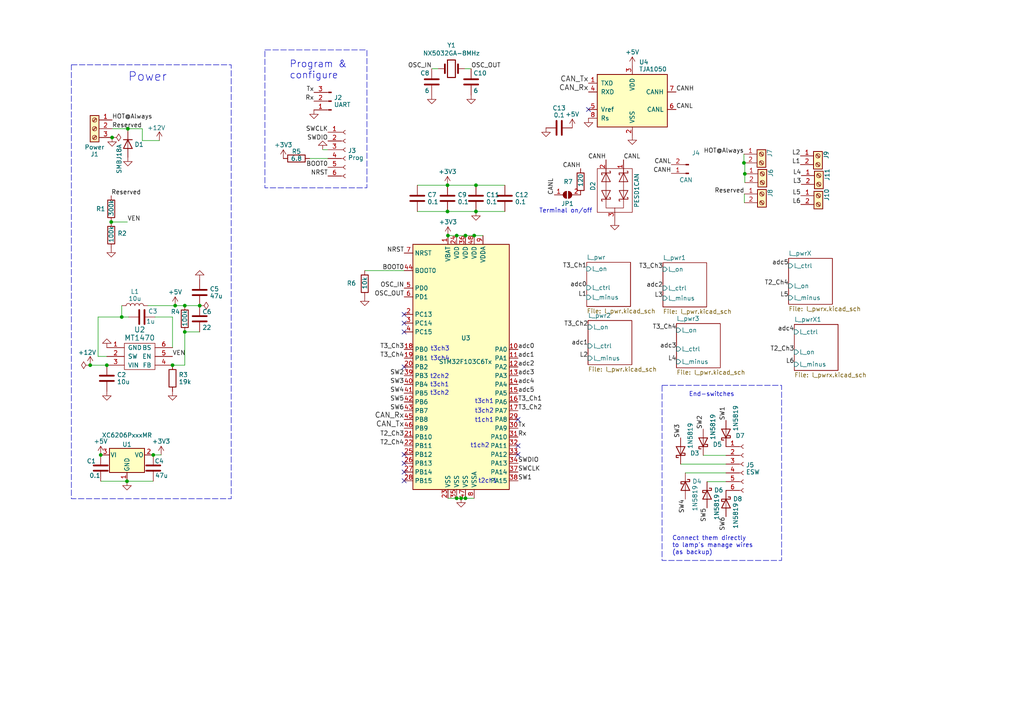
<source format=kicad_sch>
(kicad_sch (version 20230121) (generator eeschema)
  (paper "A4")
  (lib_symbols
    (symbol "Connector:Conn_01x02_Pin" (pin_names (offset 1.016) hide)
      (property "Reference" "J" (at 0 2.54 0))
      (property "Value" "Conn_01x02_Pin" (at 0 -5.08 0))
      (symbol "Conn_01x02_Pin_1_1"
        (polyline (pts (xy 1.27 -2.54) (xy 0.8636 -2.54)) (stroke (width 0.1524)))
        (polyline (pts (xy 1.27 0) (xy 0.8636 0)) (stroke (width 0.1524)))
        (rectangle (start 0.8636 -2.413) (end 0 -2.667) (stroke (width 0.1524)) (fill (type outline)))
        (rectangle (start 0.8636 0.127) (end 0 -0.127) (stroke (width 0.1524)) (fill (type outline)))
        (pin passive line (at 5.08 0 180) (length 3.81) (name "Pin_1") (number "1"))
        (pin passive line (at 5.08 -2.54 180) (length 3.81) (name "Pin_2") (number "2"))
      )
    )
    (symbol "Connector:Conn_01x03_Pin" (pin_names (offset 1.016) hide)
      (property "Reference" "J" (at 0 5.08 0))
      (property "Value" "Conn_01x03_Pin" (at 0 -5.08 0))
      (symbol "Conn_01x03_Pin_1_1"
        (polyline (pts (xy 1.27 -2.54) (xy 0.8636 -2.54)) (stroke (width 0.1524)))
        (polyline (pts (xy 1.27 0) (xy 0.8636 0)) (stroke (width 0.1524)))
        (polyline (pts (xy 1.27 2.54) (xy 0.8636 2.54)) (stroke (width 0.1524)))
        (rectangle (start 0.8636 -2.413) (end 0 -2.667) (stroke (width 0.1524)) (fill (type outline)))
        (rectangle (start 0.8636 0.127) (end 0 -0.127) (stroke (width 0.1524)) (fill (type outline)))
        (rectangle (start 0.8636 2.667) (end 0 2.413) (stroke (width 0.1524)) (fill (type outline)))
        (pin passive line (at 5.08 2.54 180) (length 3.81) (name "Pin_1") (number "1"))
        (pin passive line (at 5.08 0 180) (length 3.81) (name "Pin_2") (number "2"))
        (pin passive line (at 5.08 -2.54 180) (length 3.81) (name "Pin_3") (number "3"))
      )
    )
    (symbol "Connector:Conn_01x06_Socket" (pin_names (offset 1.016) hide)
      (property "Reference" "J" (at 0 7.62 0))
      (property "Value" "Conn_01x06_Socket" (at 0 -10.16 0))
      (symbol "Conn_01x06_Socket_1_1"
        (arc (start 0 -7.112) (mid -0.5058 -7.62) (end 0 -8.128) (stroke (width 0.1524)))
        (arc (start 0 -4.572) (mid -0.5058 -5.08) (end 0 -5.588) (stroke (width 0.1524)))
        (arc (start 0 -2.032) (mid -0.5058 -2.54) (end 0 -3.048) (stroke (width 0.1524)))
        (polyline (pts (xy -1.27 -7.62) (xy -0.508 -7.62)) (stroke (width 0.1524)))
        (polyline (pts (xy -1.27 -5.08) (xy -0.508 -5.08)) (stroke (width 0.1524)))
        (polyline (pts (xy -1.27 -2.54) (xy -0.508 -2.54)) (stroke (width 0.1524)))
        (polyline (pts (xy -1.27 0) (xy -0.508 0)) (stroke (width 0.1524)))
        (polyline (pts (xy -1.27 2.54) (xy -0.508 2.54)) (stroke (width 0.1524)))
        (polyline (pts (xy -1.27 5.08) (xy -0.508 5.08)) (stroke (width 0.1524)))
        (arc (start 0 0.508) (mid -0.5058 0) (end 0 -0.508) (stroke (width 0.1524)))
        (arc (start 0 3.048) (mid -0.5058 2.54) (end 0 2.032) (stroke (width 0.1524)))
        (arc (start 0 5.588) (mid -0.5058 5.08) (end 0 4.572) (stroke (width 0.1524)))
        (pin passive line (at -5.08 5.08 0) (length 3.81) (name "Pin_1") (number "1"))
        (pin passive line (at -5.08 2.54 0) (length 3.81) (name "Pin_2") (number "2"))
        (pin passive line (at -5.08 0 0) (length 3.81) (name "Pin_3") (number "3"))
        (pin passive line (at -5.08 -2.54 0) (length 3.81) (name "Pin_4") (number "4"))
        (pin passive line (at -5.08 -5.08 0) (length 3.81) (name "Pin_5") (number "5"))
        (pin passive line (at -5.08 -7.62 0) (length 3.81) (name "Pin_6") (number "6"))
      )
    )
    (symbol "Connector:Screw_Terminal_01x02" (pin_names (offset 1.016) hide)
      (property "Reference" "J" (at 0 2.54 0))
      (property "Value" "Screw_Terminal_01x02" (at 0 -5.08 0))
      (symbol "Screw_Terminal_01x02_1_1"
        (rectangle (start -1.27 1.27) (end 1.27 -3.81) (stroke (width 0.254)) (fill (type background)))
        (circle (center 0 -2.54) (radius 0.635) (stroke (width 0.1524)))
        (polyline (pts (xy -0.5334 -2.2098) (xy 0.3302 -3.048)) (stroke (width 0.1524)))
        (polyline (pts (xy -0.5334 0.3302) (xy 0.3302 -0.508)) (stroke (width 0.1524)))
        (polyline (pts (xy -0.3556 -2.032) (xy 0.508 -2.8702)) (stroke (width 0.1524)))
        (polyline (pts (xy -0.3556 0.508) (xy 0.508 -0.3302)) (stroke (width 0.1524)))
        (circle (center 0 0) (radius 0.635) (stroke (width 0.1524)))
        (pin passive line (at -5.08 0 0) (length 3.81) (name "Pin_1") (number "1"))
        (pin passive line (at -5.08 -2.54 0) (length 3.81) (name "Pin_2") (number "2"))
      )
    )
    (symbol "Connector:Screw_Terminal_01x03" (pin_names (offset 1.016) hide)
      (property "Reference" "J" (at 0 5.08 0))
      (property "Value" "Screw_Terminal_01x03" (at 0 -5.08 0))
      (symbol "Screw_Terminal_01x03_1_1"
        (rectangle (start -1.27 3.81) (end 1.27 -3.81) (stroke (width 0.254)) (fill (type background)))
        (circle (center 0 -2.54) (radius 0.635) (stroke (width 0.1524)))
        (polyline (pts (xy -0.5334 -2.2098) (xy 0.3302 -3.048)) (stroke (width 0.1524)))
        (polyline (pts (xy -0.5334 0.3302) (xy 0.3302 -0.508)) (stroke (width 0.1524)))
        (polyline (pts (xy -0.5334 2.8702) (xy 0.3302 2.032)) (stroke (width 0.1524)))
        (polyline (pts (xy -0.3556 -2.032) (xy 0.508 -2.8702)) (stroke (width 0.1524)))
        (polyline (pts (xy -0.3556 0.508) (xy 0.508 -0.3302)) (stroke (width 0.1524)))
        (polyline (pts (xy -0.3556 3.048) (xy 0.508 2.2098)) (stroke (width 0.1524)))
        (circle (center 0 0) (radius 0.635) (stroke (width 0.1524)))
        (circle (center 0 2.54) (radius 0.635) (stroke (width 0.1524)))
        (pin passive line (at -5.08 2.54 0) (length 3.81) (name "Pin_1") (number "1"))
        (pin passive line (at -5.08 0 0) (length 3.81) (name "Pin_2") (number "2"))
        (pin passive line (at -5.08 -2.54 0) (length 3.81) (name "Pin_3") (number "3"))
      )
    )
    (symbol "D_1" (pin_numbers hide) (pin_names (offset 1.016) hide)
      (property "Reference" "D" (at 0 2.54 0))
      (property "Value" "D" (at 0 -2.54 0))
      (symbol "D_1_0_1"
        (polyline (pts (xy -1.27 1.27) (xy -1.27 -1.27)) (stroke (width 0.254)))
        (polyline (pts (xy 1.27 0) (xy -1.27 0)))
        (polyline (pts (xy 1.27 1.27) (xy 1.27 -1.27) (xy -1.27 0) (xy 1.27 1.27)) (stroke (width 0.254)))
      )
      (symbol "D_1_1_1"
        (pin passive line (at -3.81 0 0) (length 2.54) (name "K") (number "1"))
        (pin passive line (at 3.81 0 180) (length 2.54) (name "A") (number "2"))
      )
    )
    (symbol "Device:C" (pin_numbers hide) (pin_names (offset 0.254))
      (property "Reference" "C" (at 0.635 2.54 0))
      (property "Value" "C" (at 0.635 -2.54 0))
      (symbol "C_0_1"
        (polyline (pts (xy -2.032 -0.762) (xy 2.032 -0.762)) (stroke (width 0.508)))
        (polyline (pts (xy -2.032 0.762) (xy 2.032 0.762)) (stroke (width 0.508)))
      )
      (symbol "C_1_1"
        (pin passive line (at 0 3.81 270) (length 2.794) (name "~") (number "1"))
        (pin passive line (at 0 -3.81 90) (length 2.794) (name "~") (number "2"))
      )
    )
    (symbol "Device:Crystal" (pin_numbers hide) (pin_names (offset 1.016) hide)
      (property "Reference" "Y" (at 0 3.81 0))
      (property "Value" "Crystal" (at 0 -3.81 0))
      (symbol "Crystal_0_1"
        (rectangle (start -1.143 2.54) (end 1.143 -2.54) (stroke (width 0.3048)))
        (polyline (pts (xy -2.54 0) (xy -1.905 0)))
        (polyline (pts (xy -1.905 -1.27) (xy -1.905 1.27)) (stroke (width 0.508)))
        (polyline (pts (xy 1.905 -1.27) (xy 1.905 1.27)) (stroke (width 0.508)))
        (polyline (pts (xy 2.54 0) (xy 1.905 0)))
      )
      (symbol "Crystal_1_1"
        (pin passive line (at -3.81 0 0) (length 1.27) (name "1") (number "1"))
        (pin passive line (at 3.81 0 180) (length 1.27) (name "2") (number "2"))
      )
    )
    (symbol "Device:D_Schottky" (pin_numbers hide) (pin_names (offset 1.016) hide)
      (property "Reference" "D" (at 0 2.54 0))
      (property "Value" "D_Schottky" (at 0 -2.54 0))
      (symbol "D_Schottky_0_1"
        (polyline (pts (xy 1.27 0) (xy -1.27 0)))
        (polyline (pts (xy 1.27 1.27) (xy 1.27 -1.27) (xy -1.27 0) (xy 1.27 1.27)) (stroke (width 0.254)))
        (polyline (pts (xy -1.905 0.635) (xy -1.905 1.27) (xy -1.27 1.27) (xy -1.27 -1.27) (xy -0.635 -1.27) (xy -0.635 -0.635)) (stroke (width 0.254)))
      )
      (symbol "D_Schottky_1_1"
        (pin passive line (at -3.81 0 0) (length 2.54) (name "K") (number "1"))
        (pin passive line (at 3.81 0 180) (length 2.54) (name "A") (number "2"))
      )
    )
    (symbol "Device:L" (pin_numbers hide) (pin_names (offset 1.016) hide)
      (property "Reference" "L" (at -1.27 0 90))
      (property "Value" "L" (at 1.905 0 90))
      (symbol "L_0_1"
        (arc (start 0 -2.54) (mid 0.6323 -1.905) (end 0 -1.27))
        (arc (start 0 -1.27) (mid 0.6323 -0.635) (end 0 0))
        (arc (start 0 0) (mid 0.6323 0.635) (end 0 1.27))
        (arc (start 0 1.27) (mid 0.6323 1.905) (end 0 2.54))
      )
      (symbol "L_1_1"
        (pin passive line (at 0 3.81 270) (length 1.27) (name "1") (number "1"))
        (pin passive line (at 0 -3.81 90) (length 1.27) (name "2") (number "2"))
      )
    )
    (symbol "Device:R" (pin_numbers hide) (pin_names (offset 0))
      (property "Reference" "R" (at 2.032 0 90))
      (property "Value" "R" (at 0 0 90))
      (symbol "R_0_1"
        (rectangle (start -1.016 -2.54) (end 1.016 2.54) (stroke (width 0.254)))
      )
      (symbol "R_1_1"
        (pin passive line (at 0 3.81 270) (length 1.27) (name "~") (number "1"))
        (pin passive line (at 0 -3.81 90) (length 1.27) (name "~") (number "2"))
      )
    )
    (symbol "GND_3" (power) (pin_names (offset 0))
      (property "Value" "GND_3" (at 0 -3.81 0))
      (symbol "GND_3_0_1"
        (polyline (pts (xy 0 0) (xy 0 -1.27) (xy 1.27 -1.27) (xy 0 -2.54) (xy -1.27 -1.27) (xy 0 -1.27)))
      )
      (symbol "GND_3_1_1"
        (pin power_in line (at 0 0 270) (length 0) hide (name "GND") (number "1"))
      )
    )
    (symbol "Interface_CAN_LIN:MCP2551-I-SN" (pin_names (offset 1.016))
      (property "Reference" "U" (at -10.16 8.89 0))
      (property "Value" "MCP2551-I-SN" (at 2.54 8.89 0))
      (symbol "MCP2551-I-SN_0_1"
        (rectangle (start -10.16 7.62) (end 10.16 -7.62) (stroke (width 0.254)) (fill (type background)))
      )
      (symbol "MCP2551-I-SN_1_1"
        (pin input line (at -12.7 5.08 0) (length 2.54) (name "TXD") (number "1"))
        (pin power_in line (at 0 -10.16 90) (length 2.54) (name "VSS") (number "2"))
        (pin power_in line (at 0 10.16 270) (length 2.54) (name "VDD") (number "3"))
        (pin output line (at -12.7 2.54 0) (length 2.54) (name "RXD") (number "4"))
        (pin power_out line (at -12.7 -2.54 0) (length 2.54) (name "Vref") (number "5"))
        (pin bidirectional line (at 12.7 -2.54 180) (length 2.54) (name "CANL") (number "6"))
        (pin bidirectional line (at 12.7 2.54 180) (length 2.54) (name "CANH") (number "7"))
        (pin input line (at -12.7 -5.08 0) (length 2.54) (name "Rs") (number "8"))
      )
    )
    (symbol "Jumper:SolderJumper_2_Open" (pin_names (offset 0) hide)
      (property "Reference" "JP" (at 0 2.032 0))
      (property "Value" "SolderJumper_2_Open" (at 0 -2.54 0))
      (symbol "SolderJumper_2_Open_0_1"
        (arc (start -0.254 1.016) (mid -1.2656 0) (end -0.254 -1.016))
        (arc (start -0.254 1.016) (mid -1.2656 0) (end -0.254 -1.016) (fill (type outline)))
        (polyline (pts (xy -0.254 1.016) (xy -0.254 -1.016)))
        (polyline (pts (xy 0.254 1.016) (xy 0.254 -1.016)))
        (arc (start 0.254 -1.016) (mid 1.2656 0) (end 0.254 1.016))
        (arc (start 0.254 -1.016) (mid 1.2656 0) (end 0.254 1.016) (fill (type outline)))
      )
      (symbol "SolderJumper_2_Open_1_1"
        (pin passive line (at -3.81 0 0) (length 2.54) (name "A") (number "1"))
        (pin passive line (at 3.81 0 180) (length 2.54) (name "B") (number "2"))
      )
    )
    (symbol "MCU_ST_STM32F1:STM32F103C6Tx"
      (property "Reference" "U" (at -15.24 36.83 0))
      (property "Value" "STM32F103C6Tx" (at 7.62 36.83 0))
      (symbol "STM32F103C6Tx_0_1"
        (rectangle (start -15.24 -35.56) (end 12.7 35.56) (stroke (width 0.254)) (fill (type background)))
      )
      (symbol "STM32F103C6Tx_1_1"
        (pin power_in line (at -5.08 38.1 270) (length 2.54) (name "VBAT") (number "1"))
        (pin bidirectional line (at 15.24 5.08 180) (length 2.54) (name "PA0") (number "10"))
        (pin bidirectional line (at 15.24 2.54 180) (length 2.54) (name "PA1") (number "11"))
        (pin bidirectional line (at 15.24 0 180) (length 2.54) (name "PA2") (number "12"))
        (pin bidirectional line (at 15.24 -2.54 180) (length 2.54) (name "PA3") (number "13"))
        (pin bidirectional line (at 15.24 -5.08 180) (length 2.54) (name "PA4") (number "14"))
        (pin bidirectional line (at 15.24 -7.62 180) (length 2.54) (name "PA5") (number "15"))
        (pin bidirectional line (at 15.24 -10.16 180) (length 2.54) (name "PA6") (number "16"))
        (pin bidirectional line (at 15.24 -12.7 180) (length 2.54) (name "PA7") (number "17"))
        (pin bidirectional line (at -17.78 5.08 0) (length 2.54) (name "PB0") (number "18"))
        (pin bidirectional line (at -17.78 2.54 0) (length 2.54) (name "PB1") (number "19"))
        (pin bidirectional line (at -17.78 15.24 0) (length 2.54) (name "PC13") (number "2"))
        (pin bidirectional line (at -17.78 0 0) (length 2.54) (name "PB2") (number "20"))
        (pin bidirectional line (at -17.78 -20.32 0) (length 2.54) (name "PB10") (number "21"))
        (pin bidirectional line (at -17.78 -22.86 0) (length 2.54) (name "PB11") (number "22"))
        (pin power_in line (at -5.08 -38.1 90) (length 2.54) (name "VSS") (number "23"))
        (pin power_in line (at -2.54 38.1 270) (length 2.54) (name "VDD") (number "24"))
        (pin bidirectional line (at -17.78 -25.4 0) (length 2.54) (name "PB12") (number "25"))
        (pin bidirectional line (at -17.78 -27.94 0) (length 2.54) (name "PB13") (number "26"))
        (pin bidirectional line (at -17.78 -30.48 0) (length 2.54) (name "PB14") (number "27"))
        (pin bidirectional line (at -17.78 -33.02 0) (length 2.54) (name "PB15") (number "28"))
        (pin bidirectional line (at 15.24 -15.24 180) (length 2.54) (name "PA8") (number "29"))
        (pin bidirectional line (at -17.78 12.7 0) (length 2.54) (name "PC14") (number "3"))
        (pin bidirectional line (at 15.24 -17.78 180) (length 2.54) (name "PA9") (number "30"))
        (pin bidirectional line (at 15.24 -20.32 180) (length 2.54) (name "PA10") (number "31"))
        (pin bidirectional line (at 15.24 -22.86 180) (length 2.54) (name "PA11") (number "32"))
        (pin bidirectional line (at 15.24 -25.4 180) (length 2.54) (name "PA12") (number "33"))
        (pin bidirectional line (at 15.24 -27.94 180) (length 2.54) (name "PA13") (number "34"))
        (pin power_in line (at -2.54 -38.1 90) (length 2.54) (name "VSS") (number "35"))
        (pin power_in line (at 0 38.1 270) (length 2.54) (name "VDD") (number "36"))
        (pin bidirectional line (at 15.24 -30.48 180) (length 2.54) (name "PA14") (number "37"))
        (pin bidirectional line (at 15.24 -33.02 180) (length 2.54) (name "PA15") (number "38"))
        (pin bidirectional line (at -17.78 -2.54 0) (length 2.54) (name "PB3") (number "39"))
        (pin bidirectional line (at -17.78 10.16 0) (length 2.54) (name "PC15") (number "4"))
        (pin bidirectional line (at -17.78 -5.08 0) (length 2.54) (name "PB4") (number "40"))
        (pin bidirectional line (at -17.78 -7.62 0) (length 2.54) (name "PB5") (number "41"))
        (pin bidirectional line (at -17.78 -10.16 0) (length 2.54) (name "PB6") (number "42"))
        (pin bidirectional line (at -17.78 -12.7 0) (length 2.54) (name "PB7") (number "43"))
        (pin input line (at -17.78 27.94 0) (length 2.54) (name "BOOT0") (number "44"))
        (pin bidirectional line (at -17.78 -15.24 0) (length 2.54) (name "PB8") (number "45"))
        (pin bidirectional line (at -17.78 -17.78 0) (length 2.54) (name "PB9") (number "46"))
        (pin power_in line (at 0 -38.1 90) (length 2.54) (name "VSS") (number "47"))
        (pin power_in line (at 2.54 38.1 270) (length 2.54) (name "VDD") (number "48"))
        (pin input line (at -17.78 22.86 0) (length 2.54) (name "PD0") (number "5"))
        (pin input line (at -17.78 20.32 0) (length 2.54) (name "PD1") (number "6"))
        (pin input line (at -17.78 33.02 0) (length 2.54) (name "NRST") (number "7"))
        (pin power_in line (at 2.54 -38.1 90) (length 2.54) (name "VSSA") (number "8"))
        (pin power_in line (at 5.08 38.1 270) (length 2.54) (name "VDDA") (number "9"))
      )
    )
    (symbol "Regulator_Linear:XC6206PxxxMR" (pin_names (offset 0.254))
      (property "Reference" "U" (at -3.81 3.175 0))
      (property "Value" "XC6206PxxxMR" (at 0 3.175 0))
      (symbol "XC6206PxxxMR_0_1"
        (rectangle (start -5.08 1.905) (end 5.08 -5.08) (stroke (width 0.254)) (fill (type background)))
      )
      (symbol "XC6206PxxxMR_1_1"
        (pin power_in line (at 0 -7.62 90) (length 2.54) (name "GND") (number "1"))
        (pin power_out line (at 7.62 0 180) (length 2.54) (name "VO") (number "2"))
        (pin power_in line (at -7.62 0 0) (length 2.54) (name "VI") (number "3"))
      )
    )
    (symbol "elements:PESD1CAN" (pin_names (offset 0.762) hide)
      (property "Reference" "D" (at 0 -8.89 0))
      (property "Value" "PESD1CAN" (at 1.27 3.81 0))
      (symbol "PESD1CAN_0_1"
        (rectangle (start -5.08 2.54) (end 7.62 -7.62))
        (polyline (pts (xy -3.556 -5.08) (xy 3.81 -5.08)))
        (polyline (pts (xy -3.556 0) (xy 3.81 0)))
        (polyline (pts (xy -3.81 -3.81) (xy -3.81 -6.35) (xy -3.81 -6.35)) (stroke (width 0.2032)))
        (polyline (pts (xy -3.81 1.27) (xy -3.81 -1.27) (xy -3.81 -1.27)) (stroke (width 0.2032)))
        (polyline (pts (xy 3.81 -3.81) (xy 3.81 -6.35) (xy 3.81 -6.35)) (stroke (width 0.2032)))
        (polyline (pts (xy 3.81 1.27) (xy 3.81 -1.27) (xy 3.81 -1.27)) (stroke (width 0.2032)))
        (polyline (pts (xy -3.81 -3.81) (xy -4.318 -3.81) (xy -4.318 -4.064) (xy -4.318 -4.064)) (stroke (width 0.2032)))
        (polyline (pts (xy -3.81 1.27) (xy -4.318 1.27) (xy -4.318 1.016) (xy -4.318 1.016)) (stroke (width 0.2032)))
        (polyline (pts (xy 3.81 -6.35) (xy 4.318 -6.35) (xy 4.318 -6.096) (xy 4.318 -6.096)) (stroke (width 0.2032)))
        (polyline (pts (xy 3.81 -3.81) (xy 3.302 -3.81) (xy 3.302 -4.064) (xy 3.302 -4.064)) (stroke (width 0.2032)))
        (polyline (pts (xy 3.81 -1.27) (xy 4.318 -1.27) (xy 4.318 -1.016) (xy 4.318 -1.016)) (stroke (width 0.2032)))
        (polyline (pts (xy 3.81 0) (xy 6.35 0) (xy 6.35 -5.08) (xy 3.81 -5.08)))
        (polyline (pts (xy 3.81 1.27) (xy 3.302 1.27) (xy 3.302 1.016) (xy 3.302 1.016)) (stroke (width 0.2032)))
        (polyline (pts (xy -3.302 -6.096) (xy -3.302 -6.35) (xy -3.81 -6.35) (xy -3.81 -6.35) (xy -3.81 -6.35)) (stroke (width 0.2032)))
        (polyline (pts (xy -3.302 -1.016) (xy -3.302 -1.27) (xy -3.81 -1.27) (xy -3.81 -1.27) (xy -3.81 -1.27)) (stroke (width 0.2032)))
        (polyline (pts (xy -1.27 -6.35) (xy -3.81 -5.08) (xy -1.27 -3.81) (xy -1.27 -6.35) (xy -1.27 -6.35) (xy -1.27 -6.35)) (stroke (width 0.2032)))
        (polyline (pts (xy -1.27 -1.27) (xy -3.81 0) (xy -1.27 1.27) (xy -1.27 -1.27) (xy -1.27 -1.27) (xy -1.27 -1.27)) (stroke (width 0.2032)))
        (polyline (pts (xy 1.27 -3.81) (xy 3.81 -5.08) (xy 1.27 -6.35) (xy 1.27 -3.81) (xy 1.27 -3.81) (xy 1.27 -3.81)) (stroke (width 0.2032)))
        (polyline (pts (xy 1.27 1.27) (xy 3.81 0) (xy 1.27 -1.27) (xy 1.27 1.27) (xy 1.27 1.27) (xy 1.27 1.27)) (stroke (width 0.2032)))
        (pin passive line (at -7.62 0 0) (length 3.81) (name "K") (number "1"))
        (pin passive line (at -7.62 -5.08 0) (length 3.81) (name "K") (number "2"))
        (pin passive line (at 10.16 -2.54 180) (length 3.81) (name "O") (number "3"))
      )
    )
    (symbol "mp1584:MT1470" (pin_names (offset 1.016))
      (property "Reference" "U" (at -2.54 5.08 0))
      (property "Value" "MT1470" (at 0 -5.08 0))
      (symbol "MT1470_0_1"
        (rectangle (start -5.08 3.81) (end 3.81 -3.81))
      )
      (symbol "MT1470_1_1"
        (pin input line (at -10.16 2.54 0) (length 5.08) (name "GND") (number "1"))
        (pin input line (at -10.16 0 0) (length 5.08) (name "SW") (number "2"))
        (pin input line (at -10.16 -2.54 0) (length 5.08) (name "VIN") (number "3"))
        (pin input line (at 8.89 -2.54 180) (length 5.08) (name "FB") (number "4"))
        (pin input line (at 8.89 0 180) (length 5.08) (name "EN") (number "5"))
        (pin input line (at 8.89 2.54 180) (length 5.08) (name "BS") (number "6"))
      )
    )
    (symbol "power:+12V" (power) (pin_names (offset 0))
      (property "Value" "+12V" (at 0 3.556 0))
      (symbol "+12V_0_1"
        (polyline (pts (xy -0.762 1.27) (xy 0 2.54)))
        (polyline (pts (xy 0 0) (xy 0 2.54)))
        (polyline (pts (xy 0 2.54) (xy 0.762 1.27)))
      )
      (symbol "+12V_1_1"
        (pin power_in line (at 0 0 90) (length 0) hide (name "+12V") (number "1"))
      )
    )
    (symbol "power:+3V3" (power) (pin_names (offset 0))
      (property "Value" "+3V3" (at 0 3.556 0))
      (symbol "+3V3_0_1"
        (polyline (pts (xy -0.762 1.27) (xy 0 2.54)))
        (polyline (pts (xy 0 0) (xy 0 2.54)))
        (polyline (pts (xy 0 2.54) (xy 0.762 1.27)))
      )
      (symbol "+3V3_1_1"
        (pin power_in line (at 0 0 90) (length 0) hide (name "+3V3") (number "1"))
      )
    )
    (symbol "power:+5V" (power) (pin_names (offset 0))
      (property "Value" "+5V" (at 0 3.556 0))
      (symbol "+5V_0_1"
        (polyline (pts (xy -0.762 1.27) (xy 0 2.54)))
        (polyline (pts (xy 0 0) (xy 0 2.54)))
        (polyline (pts (xy 0 2.54) (xy 0.762 1.27)))
      )
      (symbol "+5V_1_1"
        (pin power_in line (at 0 0 90) (length 0) hide (name "+5V") (number "1"))
      )
    )
    (symbol "power:PWR_FLAG" (power) (pin_numbers hide) (pin_names (offset 0) hide)
      (property "Value" "PWR_FLAG" (at 0 3.81 0))
      (symbol "PWR_FLAG_0_0"
        (pin power_out line (at 0 0 90) (length 0) (name "pwr") (number "1"))
      )
      (symbol "PWR_FLAG_0_1"
        (polyline (pts (xy 0 0) (xy 0 1.27) (xy -1.016 1.905) (xy 0 2.54) (xy 1.016 1.905) (xy 0 1.27)))
      )
    )
  )
  (junction (at 135.001 68.326))
  (junction (at 53.594 88.646))
  (junction (at 37.084 37.338))
  (junction (at 30.988 105.918))
  (junction (at 32.258 64.389))
  (junction (at 215.773 47.244))
  (junction (at 50.8071 88.646))
  (junction (at 132.461 144.526))
  (junction (at 129.794 53.721))
  (junction (at 135.001 144.526))
  (junction (at 50.038 105.918))
  (junction (at 26.162 105.918))
  (junction (at 216.027 50.419))
  (junction (at 36.83 139.573))
  (junction (at 129.794 61.341))
  (junction (at 132.461 68.326))
  (junction (at 44.45 131.953))
  (junction (at 137.541 68.326))
  (junction (at 35.306 91.948))
  (junction (at 138.049 53.721))
  (junction (at 29.21 131.953))
  (junction (at 129.921 68.326))
  (junction (at 53.594 96.266))
  (junction (at 57.912 88.646))
  (junction (at 138.049 61.341))
  (junction (at 32.512 39.878))
  (junction (at 133.731 144.526))
  (no_connect (at 170.688 31.75))
  (no_connect (at 117.221 96.266))
  (no_connect (at 117.221 131.826))
  (no_connect (at 117.221 136.906))
  (no_connect (at 117.221 106.426))
  (no_connect (at 150.241 131.826))
  (no_connect (at 117.221 134.366))
  (no_connect (at 117.221 93.726))
  (no_connect (at 150.241 121.666))
  (no_connect (at 117.221 139.446))
  (no_connect (at 150.241 129.286))
  (no_connect (at 117.221 91.186))
  (wire (pts (xy 210.566 134.62) (xy 197.4119 134.62)))
  (wire (pts (xy 50.038 91.948) (xy 50.038 100.838)))
  (wire (pts (xy 50.038 105.918) (xy 53.594 105.918)))
  (wire (pts (xy 135.001 68.326) (xy 137.541 68.326)))
  (wire (pts (xy 46.736 131.953) (xy 44.45 131.953)))
  (wire (pts (xy 133.731 144.526) (xy 135.001 144.526)))
  (wire (pts (xy 129.921 144.526) (xy 132.461 144.526)))
  (wire (pts (xy 53.594 105.918) (xy 53.594 96.266)))
  (wire (pts (xy 137.541 68.326) (xy 140.081 68.326)))
  (wire (pts (xy 129.921 68.326) (xy 132.461 68.326)))
  (wire (pts (xy 132.461 68.326) (xy 135.001 68.326)))
  (wire (pts (xy 26.162 105.918) (xy 30.988 105.918)))
  (wire (pts (xy 138.049 53.721) (xy 146.431 53.721)))
  (wire (pts (xy 121.031 61.341) (xy 129.794 61.341)))
  (wire (pts (xy 129.794 61.341) (xy 138.049 61.341)))
  (wire (pts (xy 46.228 40.767) (xy 41.275 40.767)))
  (wire (pts (xy 210.566 132.08) (xy 203.9647 132.08)))
  (wire (pts (xy 35.306 88.646) (xy 35.306 91.948)))
  (wire (pts (xy 136.652 19.939) (xy 134.747 19.939)))
  (wire (pts (xy 198.7708 137.16) (xy 210.566 137.16)))
  (wire (pts (xy 215.9 56.261) (xy 215.9 58.801)))
  (wire (pts (xy 105.791 78.486) (xy 117.221 78.486)))
  (wire (pts (xy 44.958 91.948) (xy 50.038 91.948)))
  (wire (pts (xy 216.027 47.244) (xy 215.773 47.244)))
  (wire (pts (xy 210.566 139.7) (xy 205.0764 139.7)))
  (wire (pts (xy 89.789 45.974) (xy 95.123 45.974)))
  (wire (pts (xy 37.338 91.948) (xy 35.306 91.948)))
  (wire (pts (xy 215.773 44.704) (xy 215.773 47.244)))
  (wire (pts (xy 41.275 40.767) (xy 41.275 37.338)))
  (wire (pts (xy 32.512 37.338) (xy 37.084 37.338)))
  (wire (pts (xy 121.031 53.721) (xy 129.794 53.721)))
  (wire (pts (xy 138.049 61.341) (xy 146.431 61.341)))
  (wire (pts (xy 28.448 103.378) (xy 30.988 103.378)))
  (wire (pts (xy 216.027 50.419) (xy 216.027 52.959)))
  (wire (pts (xy 129.794 53.721) (xy 138.049 53.721)))
  (wire (pts (xy 50.8071 88.646) (xy 53.594 88.646)))
  (wire (pts (xy 41.275 37.338) (xy 37.084 37.338)))
  (wire (pts (xy 29.21 139.573) (xy 36.83 139.573)))
  (wire (pts (xy 53.594 96.266) (xy 57.912 96.266)))
  (wire (pts (xy 28.448 91.948) (xy 28.448 103.378)))
  (wire (pts (xy 53.594 88.646) (xy 57.912 88.646)))
  (wire (pts (xy 135.001 144.526) (xy 137.541 144.526)))
  (wire (pts (xy 42.926 88.646) (xy 50.8071 88.646)))
  (wire (pts (xy 37.084 37.338) (xy 37.084 37.973)))
  (wire (pts (xy 93.599 43.434) (xy 95.123 43.434)))
  (wire (pts (xy 36.957 64.389) (xy 32.258 64.389)))
  (wire (pts (xy 36.83 139.573) (xy 44.45 139.573)))
  (wire (pts (xy 132.461 144.526) (xy 133.731 144.526)))
  (wire (pts (xy 35.306 91.948) (xy 28.448 91.948)))
  (wire (pts (xy 125.222 19.939) (xy 127.127 19.939)))
  (wire (pts (xy 216.027 50.419) (xy 216.027 47.244)))
  (rectangle (start 20.701 18.796) (end 67.056 144.653) (stroke (width 0) (type dash)))
  (rectangle (start 76.835 14.478) (end 106.426 54.483) (stroke (width 0) (type dash)))
  (rectangle (start 192.024 111.76) (end 226.695 162.56) (stroke (width 0) (type dash)))
  (text "t3ch4" (at 124.841 104.775 0) (effects (font (size 1.27 1.27)) (justify left bottom)))
  (text "При отсутствии 12V reserved, подключить HOT@on \n(в этом случае габариты и поворотники не будут работать без ключа!)\n\"reserved\" можно брать с платы управления\n(она будет отключать его при падении напряжения аккумулятора ниже 10В)." (at -6.35 -10.922 0) (effects (font (size 5 5)) (justify left bottom)))
  (text "t3ch2" (at 137.668 120.015 0) (effects (font (size 1.27 1.27)) (justify left bottom)))
  (text "Connect them directly\nto lamp's manage wires\n(as backup)" (at 194.945 161.036 0) (effects (font (size 1.27 1.27)) (justify left bottom)))
  (text "t1ch2" (at 136.398 130.048 0) (effects (font (size 1.27 1.27)) (justify left bottom)))
  (text "t2ch2" (at 124.714 109.982 0) (effects (font (size 1.27 1.27)) (justify left bottom)))
  (text "t2ch1" (at 138.684 140.335 0) (effects (font (size 1.27 1.27)) (justify left bottom)))
  (text "Terminal on/off" (at 156.337 61.976 0) (effects (font (size 1.27 1.27)) (justify left bottom)))
  (text "Program &\nconfigure" (at 83.947 23.114 0) (effects (font (size 2 2)) (justify left bottom)))
  (text "t3ch3" (at 124.841 101.981 0) (effects (font (size 1.27 1.27)) (justify left bottom)))
  (text "End-switches" (at 199.771 115.189 0) (effects (font (size 1.27 1.27)) (justify left bottom)))
  (text "t3ch1" (at 124.714 112.395 0) (effects (font (size 1.27 1.27)) (justify left bottom)))
  (text "Power" (at 37.084 23.876 0) (effects (font (size 2.54 2.54)) (justify left bottom)))
  (text "t3ch1" (at 137.668 117.221 0) (effects (font (size 1.27 1.27)) (justify left bottom)))
  (text "t3ch2" (at 124.714 114.808 0) (effects (font (size 1.27 1.27)) (justify left bottom)))
  (text "t1ch1" (at 137.668 122.682 0) (effects (font (size 1.27 1.27)) (justify left bottom)))
  (label "HOT@Always" (at 215.773 44.704 180))
  (label "OSC_OUT" (at 117.221 86.106 180))
  (label "OSC_IN" (at 125.222 19.939 180))
  (label "T3_Ch1" (at 170.18 77.978 180))
  (label "Reserved" (at 32.512 37.338 0))
  (label "SWCLK" (at 95.123 38.354 180))
  (label "L4" (at 232.41 50.927 180))
  (label "BOOT0" (at 117.221 78.486 180))
  (label "L2" (at 170.561 103.886 180))
  (label "CAN_Rx" (at 170.688 26.67 180) (effects (font (size 1.524 1.524))))
  (label "L3" (at 232.41 53.467 180))
  (label "SWDIO" (at 95.123 40.894 180))
  (label "SW4" (at 198.7708 144.78 270))
  (label "OSC_OUT" (at 136.652 19.939 0))
  (label "T3_Ch2" (at 150.241 119.126 0))
  (label "adc0" (at 150.241 101.346 0))
  (label "NRST" (at 117.221 73.406 180))
  (label "SW2" (at 203.9647 124.46 90))
  (label "L4" (at 196.215 104.902 180))
  (label "adc3" (at 150.241 108.966 0))
  (label "CAN_Tx" (at 170.688 24.13 180) (effects (font (size 1.524 1.524))))
  (label "SW3" (at 197.4119 127 90))
  (label "adc0" (at 170.18 83.439 180))
  (label "HOT@Always" (at 32.512 34.798 0))
  (label "T3_Ch2" (at 170.561 94.869 180))
  (label "L3" (at 192.278 86.487 180))
  (label "adc5" (at 228.727 77.089 180))
  (label "CAN_Rx" (at 117.221 121.666 180) (effects (font (size 1.524 1.524))))
  (label "adc4" (at 230.378 96.266 180))
  (label "Tx" (at 91.059 26.797 180))
  (label "L2" (at 232.156 45.212 180))
  (label "VEN" (at 50.038 103.378 0))
  (label "adc4" (at 150.241 111.506 0))
  (label "adc1" (at 170.561 100.33 180))
  (label "NRST" (at 95.123 51.054 180))
  (label "SW4" (at 117.221 114.046 180))
  (label "T2_Ch3" (at 117.221 126.746 180))
  (label "BOOT0" (at 95.123 48.514 180))
  (label "Reserved" (at 32.258 56.769 0))
  (label "SW1" (at 150.241 139.446 0))
  (label "CANH" (at 194.691 50.292 180))
  (label "T2_Ch4" (at 117.221 129.286 180))
  (label "Reserved" (at 215.9 56.261 180))
  (label "L6" (at 232.283 59.309 180))
  (label "L5" (at 228.727 86.36 180))
  (label "SW5" (at 117.221 116.586 180))
  (label "adc1" (at 150.241 103.886 0))
  (label "T2_Ch3" (at 230.378 102.108 180))
  (label "SW1" (at 210.566 121.92 90))
  (label "CAN_Tx" (at 117.221 124.206 180) (effects (font (size 1.524 1.524))))
  (label "CANL" (at 194.691 47.752 180))
  (label "L5" (at 232.283 56.769 180))
  (label "Rx" (at 91.059 29.337 180))
  (label "VEN" (at 36.957 64.389 0))
  (label "L1" (at 170.18 86.233 180))
  (label "L1" (at 232.156 47.752 180))
  (label "SW6" (at 210.566 149.86 270))
  (label "CANL" (at 180.848 46.355 0))
  (label "CANH" (at 168.402 48.895 180))
  (label "T3_Ch1" (at 150.241 116.586 0))
  (label "T3_Ch3" (at 117.221 101.346 180))
  (label "adc3" (at 196.215 101.219 180))
  (label "Rx" (at 150.241 126.746 0))
  (label "T3_Ch3" (at 192.278 78.105 180))
  (label "SWDIO" (at 150.241 134.366 0))
  (label "adc5" (at 150.241 114.046 0))
  (label "adc2" (at 192.278 83.566 180))
  (label "CANL" (at 160.782 56.515 90))
  (label "OSC_IN" (at 117.221 83.566 180))
  (label "T2_Ch4" (at 228.727 82.931 180))
  (label "SW6" (at 117.221 119.126 180))
  (label "adc2" (at 150.241 106.426 0))
  (label "CANH" (at 175.768 46.355 180))
  (label "L6" (at 230.378 105.664 180))
  (label "T3_Ch4" (at 196.215 95.758 180))
  (label "Tx" (at 150.241 124.206 0))
  (label "CANH" (at 196.088 26.67 0))
  (label "SW3" (at 117.221 111.506 180))
  (label "SW2" (at 117.221 108.966 180))
  (label "SW5" (at 205.0764 147.32 270))
  (label "CANL" (at 196.088 31.75 0))
  (label "T3_Ch4" (at 117.221 103.886 180))
  (label "SWCLK" (at 150.241 136.906 0))
  (symbol (lib_id "power:PWR_FLAG") (at 26.162 105.918 90) (unit 1)
    (property "Reference" "#FLG01" (effects hide))
    (property "Value" "PWR_FLAG" (effects hide))
  )
  (symbol (lib_name "GND_3") (lib_id "power:GND") (at 32.512 39.878 0) (unit 1)
    (property "Reference" "#PWR06" (effects hide))
    (property "Value" "GND" (effects hide))
  )
  (symbol (lib_id "Device:C") (at 57.912 92.456 0) (unit 1)
    (property "Reference" "C6" (at 58.674 90.424 0) (effects (justify left)))
    (property "Value" "22" (at 58.674 94.996 0) (effects (justify left)))
    (property "Footprint" "Capacitor_SMD:C_0805_2012Metric_Pad1.18x1.45mm_HandSolder" (effects hide))
  )
  (symbol (lib_name "GND_3") (lib_id "power:GND") (at 125.222 27.559 0) (unit 1)
    (property "Reference" "#PWR018" (effects hide))
    (property "Value" "GND" (effects hide))
  )
  (symbol (lib_id "Device:R") (at 168.402 52.705 0) (unit 1)
    (property "Reference" "R7" (at 163.449 52.705 0) (effects (justify left)))
    (property "Value" "120" (at 168.402 54.229 90) (effects (justify left)))
    (property "Footprint" "Resistor_SMD:R_1210_3225Metric_Pad1.30x2.65mm_HandSolder" (effects hide))
  )
  (symbol (lib_id "Connector:Screw_Terminal_01x02") (at 220.98 56.261 0) (unit 1)
    (property "Reference" "J8" (at 223.393 56.007 90))
    (property "Value" "Reserved" (effects hide))
    (property "Footprint" "TerminalBlock_Phoenix:TerminalBlock_Phoenix_MKDS-1,5-2_1x02_P5.00mm_Horizontal" (effects hide))
  )
  (symbol (lib_id "Device:R") (at 32.258 68.199 180) (unit 1)
    (property "Reference" "R2" (at 35.433 67.691 0))
    (property "Value" "100k" (at 32.258 67.945 90))
    (property "Footprint" "Resistor_SMD:R_0603_1608Metric_Pad0.98x0.95mm_HandSolder" (effects hide))
  )
  (symbol (lib_id "power:+5V") (at 183.388 19.05 0) (unit 1)
    (property "Reference" "#PWR028" (effects hide))
    (property "Value" "+5V" (at 183.388 15.105 0))
  )
  (symbol (lib_id "Jumper:SolderJumper_2_Open") (at 164.592 56.515 0) (unit 1)
    (property "Reference" "JP1" (at 164.592 59.055 0))
    (property "Value" "Term" (effects hide))
    (property "Footprint" "Jumper:SolderJumper-2_P1.3mm_Open_TrianglePad1.0x1.5mm" (effects hide))
  )
  (symbol (lib_id "Connector:Conn_01x03_Pin") (at 96.139 29.337 180) (unit 1)
    (property "Reference" "J2" (at 96.8502 28.313 0) (effects (justify right)))
    (property "Value" "UART" (at 96.8502 30.361 0) (effects (justify right)))
    (property "Footprint" "Connector_PinSocket_2.54mm:PinSocket_1x03_P2.54mm_Vertical" (effects hide))
  )
  (symbol (lib_id "Device:C") (at 41.148 91.948 90) (unit 1)
    (property "Reference" "C3" (at 44.323 90.297 90))
    (property "Value" "1u" (at 43.688 93.218 90))
    (property "Footprint" "Capacitor_SMD:C_1206_3216Metric_Pad1.33x1.80mm_HandSolder" (effects hide))
  )
  (symbol (lib_name "GND_3") (lib_id "power:GND") (at 50.038 113.538 0) (unit 1)
    (property "Reference" "#PWR011" (effects hide))
    (property "Value" "GND" (effects hide))
  )
  (symbol (lib_id "Connector:Conn_01x02_Pin") (at 199.771 50.292 180) (unit 1)
    (property "Reference" "J4" (at 201.8538 44.3738 0))
    (property "Value" "CAN" (at 200.914 52.197 0) (effects (justify left)))
    (property "Footprint" "Connector_JST:JST_PH_B2B-PH-K_1x02_P2.00mm_Vertical" (effects hide))
  )
  (symbol (lib_name "GND_3") (lib_id "power:GND") (at 57.912 81.026 180) (unit 1)
    (property "Reference" "#PWR013" (effects hide))
    (property "Value" "GND" (effects hide))
  )
  (symbol (lib_name "GND_3") (lib_id "power:GND") (at 170.688 34.29 0) (unit 1)
    (property "Reference" "#PWR026" (effects hide))
    (property "Value" "GND" (effects hide))
  )
  (symbol (lib_id "Device:R") (at 32.258 60.579 180) (unit 1)
    (property "Reference" "R1" (at 29.21 60.579 0))
    (property "Value" "300k" (at 32.258 60.325 90))
    (property "Footprint" "Resistor_SMD:R_0603_1608Metric_Pad0.98x0.95mm_HandSolder" (effects hide))
  )
  (symbol (lib_name "GND_3") (lib_id "power:GND") (at 36.83 139.573 0) (unit 1)
    (property "Reference" "#PWR07" (effects hide))
    (property "Value" "GND" (effects hide))
  )
  (symbol (lib_id "Device:Crystal") (at 130.937 19.939 0) (unit 1)
    (property "Reference" "Y1" (at 130.937 13.1318 0))
    (property "Value" "NX5032GA-8MHz" (at 130.937 15.4432 0))
    (property "Footprint" "Crystal:Crystal_SMD_5032-2Pin_5.0x3.2mm" (effects hide))
  )
  (symbol (lib_id "power:+3V3") (at 46.736 131.953 0) (unit 1)
    (property "Reference" "#PWR010" (effects hide))
    (property "Value" "+3V3" (at 46.736 128.008 0))
  )
  (symbol (lib_name "GND_3") (lib_id "power:GND") (at 178.308 64.135 0) (unit 1)
    (property "Reference" "#PWR027" (effects hide))
    (property "Value" "GND" (effects hide))
  )
  (symbol (lib_id "power:+5V") (at 165.989 37.084 0) (unit 1)
    (property "Reference" "#PWR025" (effects hide))
    (property "Value" "+5V" (at 165.989 33.139 0))
  )
  (symbol (lib_id "Device:C") (at 138.049 57.531 0) (unit 1)
    (property "Reference" "C11" (at 140.97 56.507 0) (effects (justify left)))
    (property "Value" "0.1" (at 140.97 58.555 0) (effects (justify left)))
    (property "Footprint" "Capacitor_SMD:C_0603_1608Metric_Pad1.08x0.95mm_HandSolder" (effects hide))
  )
  (symbol (lib_name "GND_3") (lib_id "power:GND") (at 37.084 45.593 0) (unit 1)
    (property "Reference" "#PWR08" (effects hide))
    (property "Value" "GND" (effects hide))
  )
  (symbol (lib_id "power:+3V3") (at 129.794 53.721 0) (unit 1)
    (property "Reference" "#PWR019" (effects hide))
    (property "Value" "+3V3" (at 129.794 49.776 0))
  )
  (symbol (lib_id "Device:R") (at 85.979 45.974 90) (unit 1)
    (property "Reference" "R5" (at 85.979 43.942 90))
    (property "Value" "6.8" (at 85.979 45.974 90))
    (property "Footprint" "Resistor_SMD:R_0603_1608Metric_Pad0.98x0.95mm_HandSolder" (effects hide))
  )
  (symbol (lib_name "GND_3") (lib_id "power:GND") (at 91.059 31.877 0) (unit 1)
    (property "Reference" "#PWR015" (effects hide))
    (property "Value" "GND" (effects hide))
  )
  (symbol (lib_id "power:+3V3") (at 82.169 45.974 0) (unit 1)
    (property "Reference" "#PWR014" (effects hide))
    (property "Value" "+3V3" (at 82.169 42.029 0))
  )
  (symbol (lib_id "Device:D_Schottky") (at 210.566 125.73 90) (unit 1)
    (property "Reference" "D7" (at 216.027 126.365 90) (effects (justify left)))
    (property "Value" "1N5819" (at 213.36 125.095 0) (effects (justify left)))
    (property "Footprint" "Diode_SMD:D_SOD-323_HandSoldering" (effects hide))
  )
  (symbol (lib_name "GND_3") (lib_id "power:GND") (at 105.791 86.106 0) (unit 1)
    (property "Reference" "#PWR017" (effects hide))
    (property "Value" "GND" (effects hide))
  )
  (symbol (lib_id "Regulator_Linear:XC6206PxxxMR") (at 36.83 131.953 0) (unit 1)
    (property "Reference" "U1" (at 36.83 128.905 0))
    (property "Value" "XC6206PxxxMR" (at 36.83 126.238 0))
    (property "Footprint" "Package_TO_SOT_SMD:SOT-23-3" (effects hide))
    (property "Datasheet" "https://www.torexsemi.com/file/xc6206/XC6206.pdf" (effects hide))
  )
  (symbol (lib_name "GND_3") (lib_id "power:GND") (at 138.049 61.341 0) (unit 1)
    (property "Reference" "#PWR023" (effects hide))
    (property "Value" "GND" (effects hide))
  )
  (symbol (lib_id "Connector:Screw_Terminal_01x02") (at 221.107 50.419 0) (unit 1)
    (property "Reference" "J6" (at 223.52 50.165 90))
    (property "Value" "ACC" (effects hide))
    (property "Footprint" "TerminalBlock_Phoenix:TerminalBlock_Phoenix_MKDS-1,5-2_1x02_P5.00mm_Horizontal" (effects hide))
  )
  (symbol (lib_id "power:+3V3") (at 129.921 68.326 0) (unit 1)
    (property "Reference" "#PWR020" (effects hide))
    (property "Value" "+3V3" (at 129.921 64.381 0))
  )
  (symbol (lib_id "Interface_CAN_LIN:MCP2551-I-SN") (at 183.388 29.21 0) (unit 1)
    (property "Reference" "U4" (at 185.3439 18.01 0) (effects (justify left)))
    (property "Value" "TJA1050" (at 185.3439 20.058 0) (effects (justify left)))
    (property "Footprint" "Package_SO:SOIC-8_3.9x4.9mm_P1.27mm" (effects hide))
    (property "Datasheet" "http://ww1.microchip.com/downloads/en/devicedoc/21667d.pdf" (effects hide))
  )
  (symbol (lib_id "Connector:Conn_01x06_Socket") (at 100.203 43.434 0) (unit 1)
    (property "Reference" "J3" (at 100.9142 43.68 0) (effects (justify left)))
    (property "Value" "Prog" (at 100.9142 45.728 0) (effects (justify left)))
    (property "Footprint" "Connector_PinSocket_1.27mm:PinSocket_1x06_P1.27mm_Vertical" (effects hide))
  )
  (symbol (lib_name "GND_3") (lib_id "power:GND") (at 133.731 144.526 0) (unit 1)
    (property "Reference" "#PWR021" (effects hide))
    (property "Value" "GND" (effects hide))
  )
  (symbol (lib_id "Connector:Screw_Terminal_01x02") (at 237.363 56.769 0) (unit 1)
    (property "Reference" "J10" (at 239.776 56.515 90))
    (property "Value" "Lamp" (effects hide))
    (property "Footprint" "TerminalBlock_Phoenix:TerminalBlock_Phoenix_MKDS-1,5-2_1x02_P5.00mm_Horizontal" (effects hide))
  )
  (symbol (lib_id "power:+5V") (at 29.21 131.953 0) (unit 1)
    (property "Reference" "#PWR02" (effects hide))
    (property "Value" "+5V" (at 29.21 128.008 0))
  )
  (symbol (lib_id "Device:C") (at 162.179 37.084 90) (unit 1)
    (property "Reference" "C13" (at 162.179 31.345 90))
    (property "Value" "0.1" (at 162.179 33.393 90))
    (property "Footprint" "Capacitor_SMD:C_0603_1608Metric_Pad1.08x0.95mm_HandSolder" (effects hide))
  )
  (symbol (lib_id "Device:R") (at 105.791 82.296 180) (unit 1)
    (property "Reference" "R6" (at 100.584 82.169 0) (effects (justify right)))
    (property "Value" "10k" (at 105.791 83.947 90) (effects (justify right)))
    (property "Footprint" "Resistor_SMD:R_0603_1608Metric_Pad0.98x0.95mm_HandSolder" (effects hide))
  )
  (symbol (lib_id "Device:D_Schottky") (at 197.4119 130.81 90) (unit 1)
    (property "Reference" "D3" (at 202.8729 131.445 90) (effects (justify left)))
    (property "Value" "1N5819" (at 200.2059 130.175 0) (effects (justify left)))
    (property "Footprint" "Diode_SMD:D_SOD-323_HandSoldering" (effects hide))
  )
  (symbol (lib_id "elements:PESD1CAN") (at 180.848 53.975 270) (unit 1)
    (property "Reference" "D2" (at 171.958 53.975 0))
    (property "Value" "PESD1CAN" (at 184.658 55.245 0))
    (property "Footprint" "Package_TO_SOT_SMD:SOT-23" (effects hide))
  )
  (symbol (lib_id "Device:C") (at 129.794 57.531 0) (unit 1)
    (property "Reference" "C9" (at 132.715 56.507 0) (effects (justify left)))
    (property "Value" "0.1" (at 132.715 58.555 0) (effects (justify left)))
    (property "Footprint" "Capacitor_SMD:C_0603_1608Metric_Pad1.08x0.95mm_HandSolder" (effects hide))
  )
  (symbol (lib_id "Device:C") (at 44.45 135.763 0) (unit 1)
    (property "Reference" "C4" (at 44.831 133.731 0) (effects (justify left)))
    (property "Value" "47u" (at 44.958 137.922 0) (effects (justify left)))
    (property "Footprint" "Capacitor_SMD:C_1206_3216Metric" (effects hide))
  )
  (symbol (lib_name "GND_3") (lib_id "power:GND") (at 158.369 37.084 0) (unit 1)
    (property "Reference" "#PWR024" (effects hide))
    (property "Value" "GND" (effects hide))
  )
  (symbol (lib_id "Device:D_Schottky") (at 210.566 146.05 270) (unit 1)
    (property "Reference" "D8" (at 212.598 144.7085 90) (effects (justify left)))
    (property "Value" "1N5819" (at 213.36 145.796 0) (effects (justify left)))
    (property "Footprint" "Diode_SMD:D_SOD-323_HandSoldering" (effects hide))
  )
  (symbol (lib_id "power:PWR_FLAG") (at 57.912 88.646 270) (unit 1)
    (property "Reference" "#FLG03" (effects hide))
    (property "Value" "PWR_FLAG" (effects hide))
  )
  (symbol (lib_id "Device:C") (at 57.912 84.836 180) (unit 1)
    (property "Reference" "C5" (at 60.833 83.812 0) (effects (justify right)))
    (property "Value" "47u" (at 60.833 85.86 0) (effects (justify right)))
    (property "Footprint" "Capacitor_SMD:C_1206_3216Metric_Pad1.33x1.80mm_HandSolder" (effects hide))
  )
  (symbol (lib_id "Connector:Screw_Terminal_01x02") (at 220.853 44.704 0) (unit 1)
    (property "Reference" "J7" (at 223.266 44.45 90))
    (property "Value" "ACC" (effects hide))
    (property "Footprint" "TerminalBlock_Phoenix:TerminalBlock_Phoenix_MKDS-1,5-2_1x02_P5.00mm_Horizontal" (effects hide))
  )
  (symbol (lib_id "Device:C") (at 146.431 57.531 0) (unit 1)
    (property "Reference" "C12" (at 149.352 56.507 0) (effects (justify left)))
    (property "Value" "0.1" (at 149.352 58.555 0) (effects (justify left)))
    (property "Footprint" "Capacitor_SMD:C_0603_1608Metric_Pad1.08x0.95mm_HandSolder" (effects hide))
  )
  (symbol (lib_id "Connector:Conn_01x06_Socket") (at 215.646 134.62 0) (unit 1)
    (property "Reference" "J5" (at 216.3572 134.866 0) (effects (justify left)))
    (property "Value" "ESW" (at 216.3572 136.914 0) (effects (justify left)))
    (property "Footprint" "Connector_PinSocket_2.54mm:PinSocket_1x06_P2.54mm_Vertical" (effects hide))
  )
  (symbol (lib_id "Connector:Screw_Terminal_01x03") (at 27.432 37.338 0) (mirror y) (unit 1)
    (property "Reference" "J1" (at 27.432 44.728 0))
    (property "Value" "Power" (at 27.432 42.68 0))
    (property "Footprint" "TerminalBlock_Phoenix:TerminalBlock_Phoenix_MKDS-1,5-3-5.08_1x03_P5.08mm_Horizontal" (effects hide))
  )
  (symbol (lib_id "Device:L") (at 39.116 88.646 90) (unit 1)
    (property "Reference" "L1" (at 39.116 84.5607 90))
    (property "Value" "10u" (at 39.116 86.6087 90))
    (property "Footprint" "kicad:cd43" (effects hide))
  )
  (symbol (lib_name "GND_3") (lib_id "power:GND") (at 30.988 113.538 0) (unit 1)
    (property "Reference" "#PWR04" (effects hide))
    (property "Value" "GND" (effects hide))
  )
  (symbol (lib_id "Device:D_Schottky") (at 203.9647 128.27 90) (unit 1)
    (property "Reference" "D5" (at 209.4257 128.905 90) (effects (justify left)))
    (property "Value" "1N5819" (at 206.7587 127.635 0) (effects (justify left)))
    (property "Footprint" "Diode_SMD:D_SOD-323_HandSoldering" (effects hide))
  )
  (symbol (lib_name "D_1") (lib_id "Device:D") (at 37.084 41.783 270) (unit 1)
    (property "Reference" "D1" (at 38.989 41.91 90) (effects (justify left)))
    (property "Value" "SMBJ18A" (at 34.544 41.783 0) (effects (justify left)))
    (property "Footprint" "Diode_SMD:D_SMB_Handsoldering" (effects hide))
    (property "Sim.Device" "D" (effects hide))
    (property "Sim.Pins" "1=K 2=A" (effects hide))
  )
  (symbol (lib_id "Device:C") (at 136.652 23.749 0) (unit 1)
    (property "Reference" "C10" (at 137.287 21.209 0) (effects (justify left)))
    (property "Value" "6" (at 137.287 26.289 0) (effects (justify left)))
    (property "Footprint" "Capacitor_SMD:C_0603_1608Metric_Pad1.08x0.95mm_HandSolder" (effects hide))
  )
  (symbol (lib_id "Device:C") (at 29.21 135.763 0) (unit 1)
    (property "Reference" "C1" (at 25.146 133.731 0) (effects (justify left)))
    (property "Value" "0.1" (at 25.908 137.922 0) (effects (justify left)))
    (property "Footprint" "Capacitor_SMD:C_0603_1608Metric_Pad1.08x0.95mm_HandSolder" (effects hide))
  )
  (symbol (lib_id "Connector:Screw_Terminal_01x02") (at 237.236 45.212 0) (unit 1)
    (property "Reference" "J9" (at 239.649 44.958 90))
    (property "Value" "Lamp" (effects hide))
    (property "Footprint" "TerminalBlock_Phoenix:TerminalBlock_Phoenix_MKDS-1,5-2_1x02_P5.00mm_Horizontal" (effects hide))
  )
  (symbol (lib_id "Connector:Screw_Terminal_01x02") (at 237.49 50.927 0) (unit 1)
    (property "Reference" "J11" (at 239.903 50.673 90))
    (property "Value" "Lamp" (effects hide))
    (property "Footprint" "TerminalBlock_Phoenix:TerminalBlock_Phoenix_MKDS-1,5-2_1x02_P5.00mm_Horizontal" (effects hide))
  )
  (symbol (lib_id "Device:D_Schottky") (at 198.7708 140.97 270) (unit 1)
    (property "Reference" "D4" (at 200.8028 139.6285 90) (effects (justify left)))
    (property "Value" "1N5819" (at 201.5648 140.716 0) (effects (justify left)))
    (property "Footprint" "Diode_SMD:D_SOD-323_HandSoldering" (effects hide))
  )
  (symbol (lib_id "power:+12V") (at 26.162 105.918 0) (unit 1)
    (property "Reference" "#PWR01" (effects hide))
    (property "Value" "+12V" (at 25.273 102.235 0))
  )
  (symbol (lib_name "GND_3") (lib_id "power:GND") (at 183.388 39.37 0) (unit 1)
    (property "Reference" "#PWR029" (effects hide))
    (property "Value" "GND" (effects hide))
  )
  (symbol (lib_id "Device:C") (at 125.222 23.749 0) (mirror y) (unit 1)
    (property "Reference" "C8" (at 124.587 21.209 0) (effects (justify left)))
    (property "Value" "6" (at 124.587 26.289 0) (effects (justify left)))
    (property "Footprint" "Capacitor_SMD:C_0603_1608Metric_Pad1.08x0.95mm_HandSolder" (effects hide))
  )
  (symbol (lib_id "mp1584:MT1470") (at 41.148 103.378 0) (unit 1)
    (property "Reference" "U2" (at 40.513 95.6152 0) (effects (font (size 1.524 1.524))))
    (property "Value" "MT1470" (at 40.513 97.9964 0) (effects (font (size 1.524 1.524))))
    (property "Footprint" "Package_TO_SOT_SMD:SOT-23-6_Handsoldering" (effects hide))
  )
  (symbol (lib_id "Device:C") (at 30.988 109.728 180) (unit 1)
    (property "Reference" "C2" (at 33.909 108.704 0) (effects (justify right)))
    (property "Value" "10u" (at 33.909 110.752 0) (effects (justify right)))
    (property "Footprint" "Capacitor_SMD:C_1206_3216Metric_Pad1.33x1.80mm_HandSolder" (effects hide))
  )
  (symbol (lib_id "power:PWR_FLAG") (at 32.512 39.878 270) (unit 1)
    (property "Reference" "#FLG02" (effects hide))
    (property "Value" "PWR_FLAG" (effects hide))
  )
  (symbol (lib_id "Device:R") (at 50.038 109.728 0) (unit 1)
    (property "Reference" "R3" (at 51.816 108.704 0) (effects (justify left)))
    (property "Value" "19k" (at 51.816 110.752 0) (effects (justify left)))
    (property "Footprint" "Resistor_SMD:R_0603_1608Metric_Pad0.98x0.95mm_HandSolder" (effects hide))
  )
  (symbol (lib_id "Device:C") (at 121.031 57.531 0) (unit 1)
    (property "Reference" "C7" (at 123.952 56.507 0) (effects (justify left)))
    (property "Value" "0.1" (at 123.952 58.555 0) (effects (justify left)))
    (property "Footprint" "Capacitor_SMD:C_0603_1608Metric_Pad1.08x0.95mm_HandSolder" (effects hide))
  )
  (symbol (lib_id "Device:D_Schottky") (at 205.0764 143.51 270) (unit 1)
    (property "Reference" "D6" (at 207.1084 142.1685 90) (effects (justify left)))
    (property "Value" "1N5819" (at 207.8704 143.256 0) (effects (justify left)))
    (property "Footprint" "Diode_SMD:D_SOD-323_HandSoldering" (effects hide))
  )
  (symbol (lib_id "power:+5V") (at 50.8071 88.646 0) (unit 1)
    (property "Reference" "#PWR012" (effects hide))
    (property "Value" "+5V" (at 50.8071 84.701 0))
  )
  (symbol (lib_id "MCU_ST_STM32F1:STM32F103C6Tx") (at 135.001 106.426 0) (unit 1)
    (property "Reference" "U3" (at 133.731 98.044 0) (effects (justify left)))
    (property "Value" "STM32F103C6Tx" (at 127.254 104.902 0) (effects (justify left)))
    (property "Footprint" "Package_QFP:LQFP-48_7x7mm_P0.5mm" (effects hide))
    (property "Datasheet" "http://www.st.com/st-web-ui/static/active/en/resource/technical/document/datasheet/CD00210843.pdf" (effects hide))
  )
  (symbol (lib_name "GND_3") (lib_id "power:GND") (at 93.599 43.434 180) (unit 1)
    (property "Reference" "#PWR016" (effects hide))
    (property "Value" "GND" (effects hide))
  )
  (symbol (lib_id "power:+12V") (at 46.228 40.767 0) (unit 1)
    (property "Reference" "#PWR09" (effects hide))
    (property "Value" "+12V" (at 45.339 37.084 0))
  )
  (symbol (lib_name "GND_3") (lib_id "power:GND") (at 32.258 72.009 0) (unit 1)
    (property "Reference" "#PWR05" (effects hide))
    (property "Value" "GND" (effects hide))
  )
  (symbol (lib_id "Device:R") (at 53.594 92.456 0) (unit 1)
    (property "Reference" "R4" (at 49.53 90.424 0) (effects (justify left)))
    (property "Value" "100k" (at 53.594 94.742 90) (effects (justify left)))
    (property "Footprint" "Resistor_SMD:R_0603_1608Metric_Pad0.98x0.95mm_HandSolder" (effects hide))
  )
  (symbol (lib_name "GND_3") (lib_id "power:GND") (at 30.988 100.838 180) (unit 1)
    (property "Reference" "#PWR03" (effects hide))
    (property "Value" "GND" (effects hide))
  )
  (symbol (lib_name "GND_3") (lib_id "power:GND") (at 136.652 27.559 0) (unit 1)
    (property "Reference" "#PWR022" (effects hide))
    (property "Value" "GND" (effects hide))
  )
  (sheet (at 228.727 74.93) (size 12.7 13.335) (stroke (width 0.1524))
    (property "Sheetname" "L_pwrX" (at 228.727 74.2184 0) (effects (justify left bottom)))
    (property "Sheetfile" "l_pwrx.kicad_sch" (at 228.727 88.8496 0) (effects (justify left top)))
    (pin "L_ctrl" input (at 228.727 77.089 180))
    (pin "L_on" input (at 228.727 82.931 180))
    (pin "L_minus" input (at 228.727 86.36 180))
  )
  (sheet (at 170.561 92.964) (size 12.7 12.827) (stroke (width 0.1524))
    (property "Sheetname" "L_pwr2" (at 170.561 92.2524 0) (effects (justify left bottom)))
    (property "Sheetfile" "l_pwr.kicad_sch" (at 170.561 106.3756 0) (effects (justify left top)))
    (pin "L_on" input (at 170.561 94.869 180))
    (pin "L_ctrl" input (at 170.561 100.33 180))
    (pin "L_minus" input (at 170.561 103.886 180))
  )
  (sheet (at 230.378 94.107) (size 12.7 13.335) (stroke (width 0.1524))
    (property "Sheetname" "L_pwrX1" (at 230.378 93.3954 0) (effects (justify left bottom)))
    (property "Sheetfile" "l_pwrx.kicad_sch" (at 230.378 108.0266 0) (effects (justify left top)))
    (pin "L_ctrl" input (at 230.378 96.266 180))
    (pin "L_on" input (at 230.378 102.108 180))
    (pin "L_minus" input (at 230.378 105.664 180))
  )
  (sheet (at 196.215 93.853) (size 12.7 12.827) (stroke (width 0.1524))
    (property "Sheetname" "L_pwr3" (at 196.215 93.1414 0) (effects (justify left bottom)))
    (property "Sheetfile" "l_pwr.kicad_sch" (at 196.215 107.2646 0) (effects (justify left top)))
    (pin "L_on" input (at 196.215 95.758 180))
    (pin "L_ctrl" input (at 196.215 101.219 180))
    (pin "L_minus" input (at 196.215 104.902 180))
  )
  (sheet (at 170.18 76.073) (size 12.7 12.827) (stroke (width 0.1524))
    (property "Sheetname" "L_pwr" (at 170.18 75.3614 0) (effects (justify left bottom)))
    (property "Sheetfile" "l_pwr.kicad_sch" (at 170.18 89.4846 0) (effects (justify left top)))
    (pin "L_on" input (at 170.18 77.978 180))
    (pin "L_ctrl" input (at 170.18 83.439 180))
    (pin "L_minus" input (at 170.18 86.233 180))
  )
  (sheet (at 192.278 76.2) (size 12.7 12.827) (stroke (width 0.1524))
    (property "Sheetname" "L_pwr1" (at 192.278 75.4884 0) (effects (justify left bottom)))
    (property "Sheetfile" "l_pwr.kicad_sch" (at 192.278 89.6116 0) (effects (justify left top)))
    (pin "L_on" input (at 192.278 78.105 180))
    (pin "L_ctrl" input (at 192.278 83.566 180))
    (pin "L_minus" input (at 192.278 86.487 180))
  )
)
</source>
